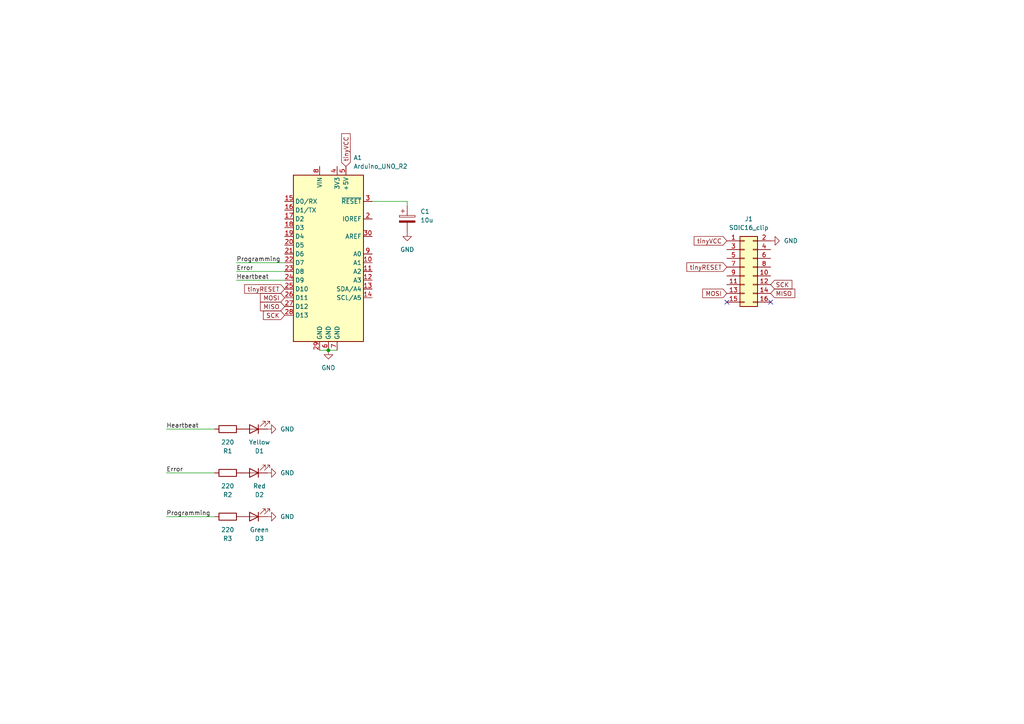
<source format=kicad_sch>
(kicad_sch (version 20231120) (generator "eeschema") (generator_version "8.0")
  (paper "A4")
  (title_block (title "ATTiny84A Programmer for Uno") (date "2024-12-11") (rev "rev2") (company "SEM") (comment 1 "ArduinoISP hat for Tiny84A & SOIC16 clip"))
  (lib_symbols
    (symbol "Connector_Generic:Conn_02x08_Odd_Even" (pin_names (offset 1.016) hide)
      (property "Reference" "J" (at 1.27 10.16 0))
      (property "Value" "Conn_02x08_Odd_Even" (at 1.27 -12.7 0))
      (symbol "Conn_02x08_Odd_Even_1_1"
        (rectangle (start -1.27 -10.033) (end 0 -10.287) (stroke (width 0.1524)))
        (rectangle (start -1.27 -7.493) (end 0 -7.747) (stroke (width 0.1524)))
        (rectangle (start -1.27 -4.953) (end 0 -5.207) (stroke (width 0.1524)))
        (rectangle (start -1.27 -2.413) (end 0 -2.667) (stroke (width 0.1524)))
        (rectangle (start -1.27 0.127) (end 0 -0.127) (stroke (width 0.1524)))
        (rectangle (start -1.27 2.667) (end 0 2.413) (stroke (width 0.1524)))
        (rectangle (start -1.27 5.207) (end 0 4.953) (stroke (width 0.1524)))
        (rectangle (start -1.27 7.747) (end 0 7.493) (stroke (width 0.1524)))
        (rectangle (start -1.27 8.89) (end 3.81 -11.43) (stroke (width 0.254)) (fill (type background)))
        (rectangle (start 3.81 -10.033) (end 2.54 -10.287) (stroke (width 0.1524)))
        (rectangle (start 3.81 -7.493) (end 2.54 -7.747) (stroke (width 0.1524)))
        (rectangle (start 3.81 -4.953) (end 2.54 -5.207) (stroke (width 0.1524)))
        (rectangle (start 3.81 -2.413) (end 2.54 -2.667) (stroke (width 0.1524)))
        (rectangle (start 3.81 0.127) (end 2.54 -0.127) (stroke (width 0.1524)))
        (rectangle (start 3.81 2.667) (end 2.54 2.413) (stroke (width 0.1524)))
        (rectangle (start 3.81 5.207) (end 2.54 4.953) (stroke (width 0.1524)))
        (rectangle (start 3.81 7.747) (end 2.54 7.493) (stroke (width 0.1524)))
        (pin passive line (at -5.08 7.62 0) (length 3.81) (name "Pin_1") (number "1"))
        (pin passive line (at 7.62 -2.54 180) (length 3.81) (name "Pin_10") (number "10"))
        (pin passive line (at -5.08 -5.08 0) (length 3.81) (name "Pin_11") (number "11"))
        (pin passive line (at 7.62 -5.08 180) (length 3.81) (name "Pin_12") (number "12"))
        (pin passive line (at -5.08 -7.62 0) (length 3.81) (name "Pin_13") (number "13"))
        (pin passive line (at 7.62 -7.62 180) (length 3.81) (name "Pin_14") (number "14"))
        (pin passive line (at -5.08 -10.16 0) (length 3.81) (name "Pin_15") (number "15"))
        (pin passive line (at 7.62 -10.16 180) (length 3.81) (name "Pin_16") (number "16"))
        (pin passive line (at 7.62 7.62 180) (length 3.81) (name "Pin_2") (number "2"))
        (pin passive line (at -5.08 5.08 0) (length 3.81) (name "Pin_3") (number "3"))
        (pin passive line (at 7.62 5.08 180) (length 3.81) (name "Pin_4") (number "4"))
        (pin passive line (at -5.08 2.54 0) (length 3.81) (name "Pin_5") (number "5"))
        (pin passive line (at 7.62 2.54 180) (length 3.81) (name "Pin_6") (number "6"))
        (pin passive line (at -5.08 0 0) (length 3.81) (name "Pin_7") (number "7"))
        (pin passive line (at 7.62 0 180) (length 3.81) (name "Pin_8") (number "8"))
        (pin passive line (at -5.08 -2.54 0) (length 3.81) (name "Pin_9") (number "9"))
      )
    )
    (symbol "Device:C_Polarized" (pin_numbers hide) (pin_names (offset 0.254))
      (property "Reference" "C" (at 0.635 2.54 0))
      (property "Value" "C_Polarized" (at 0.635 -2.54 0))
      (symbol "C_Polarized_0_1"
        (rectangle (start -2.286 0.508) (end 2.286 1.016))
        (polyline (pts (xy -1.778 2.286) (xy -0.762 2.286)))
        (polyline (pts (xy -1.27 2.794) (xy -1.27 1.778)))
        (rectangle (start 2.286 -0.508) (end -2.286 -1.016) (fill (type outline)))
      )
      (symbol "C_Polarized_1_1"
        (pin passive line (at 0 3.81 270) (length 2.794) (name "~") (number "1"))
        (pin passive line (at 0 -3.81 90) (length 2.794) (name "~") (number "2"))
      )
    )
    (symbol "Device:LED" (pin_numbers hide) (pin_names (offset 1.016) hide)
      (property "Reference" "D" (at 0 2.54 0))
      (property "Value" "LED" (at 0 -2.54 0))
      (symbol "LED_0_1"
        (polyline (pts (xy -1.27 -1.27) (xy -1.27 1.27)) (stroke (width 0.254)))
        (polyline (pts (xy -1.27 0) (xy 1.27 0)))
        (polyline (pts (xy 1.27 -1.27) (xy 1.27 1.27) (xy -1.27 0) (xy 1.27 -1.27)) (stroke (width 0.254)))
        (polyline (pts (xy -3.048 -0.762) (xy -4.572 -2.286) (xy -3.81 -2.286) (xy -4.572 -2.286) (xy -4.572 -1.524)))
        (polyline (pts (xy -1.778 -0.762) (xy -3.302 -2.286) (xy -2.54 -2.286) (xy -3.302 -2.286) (xy -3.302 -1.524)))
      )
      (symbol "LED_1_1"
        (pin passive line (at -3.81 0 0) (length 2.54) (name "K") (number "1"))
        (pin passive line (at 3.81 0 180) (length 2.54) (name "A") (number "2"))
      )
    )
    (symbol "Device:R" (pin_numbers hide) (pin_names (offset 0))
      (property "Reference" "R" (at 2.032 0 90))
      (property "Value" "R" (at 0 0 90))
      (symbol "R_0_1"
        (rectangle (start -1.016 -2.54) (end 1.016 2.54) (stroke (width 0.254)))
      )
      (symbol "R_1_1"
        (pin passive line (at 0 3.81 270) (length 1.27) (name "~") (number "1"))
        (pin passive line (at 0 -3.81 90) (length 1.27) (name "~") (number "2"))
      )
    )
    (symbol "MCU_Module:Arduino_UNO_R2"
      (property "Reference" "A" (at -10.16 23.495 0))
      (property "Value" "Arduino_UNO_R2" (at 5.08 -26.67 0))
      (symbol "Arduino_UNO_R2_0_1"
        (rectangle (start -10.16 22.86) (end 10.16 -25.4) (stroke (width 0.254)) (fill (type background)))
      )
      (symbol "Arduino_UNO_R2_1_1"
        (pin no_connect line (at -10.16 -20.32 0) (length 2.54) hide (name "NC") (number "1"))
        (pin bidirectional line (at 12.7 -2.54 180) (length 2.54) (name "A1") (number "10"))
        (pin bidirectional line (at 12.7 -5.08 180) (length 2.54) (name "A2") (number "11"))
        (pin bidirectional line (at 12.7 -7.62 180) (length 2.54) (name "A3") (number "12"))
        (pin bidirectional line (at 12.7 -10.16 180) (length 2.54) (name "SDA/A4") (number "13"))
        (pin bidirectional line (at 12.7 -12.7 180) (length 2.54) (name "SCL/A5") (number "14"))
        (pin bidirectional line (at -12.7 15.24 0) (length 2.54) (name "D0/RX") (number "15"))
        (pin bidirectional line (at -12.7 12.7 0) (length 2.54) (name "D1/TX") (number "16"))
        (pin bidirectional line (at -12.7 10.16 0) (length 2.54) (name "D2") (number "17"))
        (pin bidirectional line (at -12.7 7.62 0) (length 2.54) (name "D3") (number "18"))
        (pin bidirectional line (at -12.7 5.08 0) (length 2.54) (name "D4") (number "19"))
        (pin output line (at 12.7 10.16 180) (length 2.54) (name "IOREF") (number "2"))
        (pin bidirectional line (at -12.7 2.54 0) (length 2.54) (name "D5") (number "20"))
        (pin bidirectional line (at -12.7 0 0) (length 2.54) (name "D6") (number "21"))
        (pin bidirectional line (at -12.7 -2.54 0) (length 2.54) (name "D7") (number "22"))
        (pin bidirectional line (at -12.7 -5.08 0) (length 2.54) (name "D8") (number "23"))
        (pin bidirectional line (at -12.7 -7.62 0) (length 2.54) (name "D9") (number "24"))
        (pin bidirectional line (at -12.7 -10.16 0) (length 2.54) (name "D10") (number "25"))
        (pin bidirectional line (at -12.7 -12.7 0) (length 2.54) (name "D11") (number "26"))
        (pin bidirectional line (at -12.7 -15.24 0) (length 2.54) (name "D12") (number "27"))
        (pin bidirectional line (at -12.7 -17.78 0) (length 2.54) (name "D13") (number "28"))
        (pin power_in line (at -2.54 -27.94 90) (length 2.54) (name "GND") (number "29"))
        (pin input line (at 12.7 15.24 180) (length 2.54) (name "~{RESET}") (number "3"))
        (pin input line (at 12.7 5.08 180) (length 2.54) (name "AREF") (number "30"))
        (pin power_out line (at 2.54 25.4 270) (length 2.54) (name "3V3") (number "4"))
        (pin power_out line (at 5.08 25.4 270) (length 2.54) (name "+5V") (number "5"))
        (pin power_in line (at 0 -27.94 90) (length 2.54) (name "GND") (number "6"))
        (pin power_in line (at 2.54 -27.94 90) (length 2.54) (name "GND") (number "7"))
        (pin power_in line (at -2.54 25.4 270) (length 2.54) (name "VIN") (number "8"))
        (pin bidirectional line (at 12.7 0 180) (length 2.54) (name "A0") (number "9"))
      )
    )
    (symbol "power:GND" (power) (pin_numbers hide) (pin_names (offset 0) hide)
      (property "Value" "GND" (at 0 -3.81 0))
      (symbol "GND_0_1"
        (polyline (pts (xy 0 0) (xy 0 -1.27) (xy 1.27 -1.27) (xy 0 -2.54) (xy -1.27 -1.27) (xy 0 -1.27)))
      )
      (symbol "GND_1_1"
        (pin power_in line (at 0 0 270) (length 0) (name "~") (number "1"))
      )
    )
  )
  (junction (at 95.25 101.6))
  (no_connect (at 223.52 87.63))
  (no_connect (at 210.82 87.63))
  (wire (pts (xy 48.26 149.86) (xy 62.23 149.86)))
  (wire (pts (xy 118.11 58.42) (xy 107.95 58.42)))
  (wire (pts (xy 48.26 124.46) (xy 62.23 124.46)))
  (wire (pts (xy 95.25 101.6) (xy 97.79 101.6)))
  (wire (pts (xy 68.58 81.28) (xy 82.55 81.28)))
  (wire (pts (xy 118.11 59.69) (xy 118.11 58.42)))
  (wire (pts (xy 48.26 137.16) (xy 62.23 137.16)))
  (wire (pts (xy 68.58 78.74) (xy 82.55 78.74)))
  (wire (pts (xy 92.71 101.6) (xy 95.25 101.6)))
  (wire (pts (xy 68.58 76.2) (xy 82.55 76.2)))
  (label "Error" (at 48.26 137.16 0))
  (label "Heartbeat" (at 68.58 81.28 0))
  (label "Programming" (at 68.58 76.2 0))
  (label "Error" (at 68.58 78.74 0))
  (label "Programming" (at 48.26 149.86 0))
  (label "Heartbeat" (at 48.26 124.46 0))
  (global_label "tinyRESET" (shape input) (at 82.55 83.82 180) (property "Intersheetrefs" "${INTERSHEET_REFS}" (effects (hide yes))))
  (global_label "SCK" (shape input) (at 223.52 82.55 0) (property "Intersheetrefs" "${INTERSHEET_REFS}" (effects (hide yes))))
  (global_label "SCK" (shape input) (at 82.55 91.44 180) (property "Intersheetrefs" "${INTERSHEET_REFS}" (effects (hide yes))))
  (global_label "MISO" (shape input) (at 82.55 88.9 180) (property "Intersheetrefs" "${INTERSHEET_REFS}" (effects (hide yes))))
  (global_label "tinyVCC" (shape input) (at 210.82 69.85 180) (property "Intersheetrefs" "${INTERSHEET_REFS}" (effects (hide yes))))
  (global_label "tinyVCC" (shape input) (at 100.33 48.26 90) (property "Intersheetrefs" "${INTERSHEET_REFS}" (effects (hide yes))))
  (global_label "MISO" (shape input) (at 223.52 85.09 0) (property "Intersheetrefs" "${INTERSHEET_REFS}" (effects (hide yes))))
  (global_label "MOSI" (shape input) (at 82.55 86.36 180) (property "Intersheetrefs" "${INTERSHEET_REFS}" (effects (hide yes))))
  (global_label "MOSI" (shape input) (at 210.82 85.09 180) (property "Intersheetrefs" "${INTERSHEET_REFS}" (effects (hide yes))))
  (global_label "tinyRESET" (shape input) (at 210.82 77.47 180) (property "Intersheetrefs" "${INTERSHEET_REFS}" (effects (hide yes))))
  (symbol (lib_id "power:GND") (at 118.11 67.31 0) (unit 1)
    (property "Reference" "#PWR02" (effects (hide yes)))
    (property "Value" "GND" (at 118.11 72.39 0))
    (property "Description" "Power symbol creates a global label with name \"GND\" , ground" (effects (hide yes)))
  )
  (symbol (lib_id "power:GND") (at 223.52 69.85 90) (unit 1)
    (property "Reference" "#PWR01" (effects (hide yes)))
    (property "Value" "GND" (at 227.33 69.8499 90) (effects (justify right)))
    (property "Description" "Power symbol creates a global label with name \"GND\" , ground" (effects (hide yes)))
  )
  (symbol (lib_id "Connector_Generic:Conn_02x08_Odd_Even") (at 215.9 77.47 0) (unit 1)
    (property "Reference" "J1" (at 217.17 63.5 0))
    (property "Value" "SOIC16_clip" (at 217.17 66.04 0))
    (property "Footprint" "Connector_PinHeader_2.54mm:PinHeader_2x08_P2.54mm_Vertical_SMD" (effects (hide yes)))
    (property "Description" "Generic connector, double row, 02x08, odd/even pin numbering scheme (row 1 odd numbers, row 2 even numbers), script generated (kicad-library-utils/schlib/autogen/connector/)" (effects (hide yes)))
  )
  (symbol (lib_id "power:GND") (at 77.47 124.46 90) (unit 1)
    (property "Reference" "#PWR05" (effects (hide yes)))
    (property "Value" "GND" (at 81.28 124.4601 90) (effects (justify right)))
    (property "Description" "Power symbol creates a global label with name \"GND\" , ground" (effects (hide yes)))
  )
  (symbol (lib_id "Device:R") (at 66.04 124.46 270) (unit 1)
    (property "Reference" "R1" (at 66.04 130.81 90))
    (property "Value" "220" (at 66.04 128.27 90))
    (property "Footprint" "Resistor_SMD:R_0805_2012Metric" (effects (hide yes)))
    (property "Description" "Resistor" (effects (hide yes)))
  )
  (symbol (lib_id "Device:LED") (at 73.66 149.86 180) (unit 1)
    (property "Reference" "D3" (at 75.2475 156.21 0))
    (property "Value" "Green" (at 75.2475 153.67 0))
    (property "Footprint" "LED_SMD:LED_0805_2012Metric" (effects (hide yes)))
    (property "Description" "Light emitting diode" (effects (hide yes)))
  )
  (symbol (lib_id "Device:C_Polarized") (at 118.11 63.5 0) (unit 1)
    (property "Reference" "C1" (at 121.92 61.3409 0) (effects (justify left)))
    (property "Value" "10u" (at 121.92 63.8809 0) (effects (justify left)))
    (property "Footprint" "Capacitor_SMD:CP_Elec_5x5.8" (effects (hide yes)))
    (property "Description" "Polarized capacitor" (effects (hide yes)))
  )
  (symbol (lib_id "MCU_Module:Arduino_UNO_R2") (at 95.25 73.66 0) (unit 1)
    (property "Reference" "A1" (at 102.5241 45.72 0) (effects (justify left)))
    (property "Value" "Arduino_UNO_R2" (at 102.5241 48.26 0) (effects (justify left)))
    (property "Footprint" "Module:Arduino_UNO_R2" (effects (hide yes)))
    (property "Datasheet" "https://www.arduino.cc/en/Main/arduinoBoardUno" (effects (hide yes)))
    (property "Description" "Arduino UNO Microcontroller Module, release 2" (effects (hide yes)))
  )
  (symbol (lib_id "Device:LED") (at 73.66 124.46 180) (unit 1)
    (property "Reference" "D1" (at 75.2475 130.81 0))
    (property "Value" "Yellow" (at 75.2475 128.27 0))
    (property "Footprint" "LED_SMD:LED_0805_2012Metric" (effects (hide yes)))
    (property "Description" "Light emitting diode" (effects (hide yes)))
  )
  (symbol (lib_id "power:GND") (at 95.25 101.6 0) (unit 1)
    (property "Reference" "#PWR06" (effects (hide yes)))
    (property "Value" "GND" (at 95.25 106.68 0))
    (property "Description" "Power symbol creates a global label with name \"GND\" , ground" (effects (hide yes)))
  )
  (symbol (lib_id "Device:LED") (at 73.66 137.16 180) (unit 1)
    (property "Reference" "D2" (at 75.2475 143.51 0))
    (property "Value" "Red" (at 75.2475 140.97 0))
    (property "Footprint" "LED_SMD:LED_0805_2012Metric" (effects (hide yes)))
    (property "Description" "Light emitting diode" (effects (hide yes)))
  )
  (symbol (lib_id "power:GND") (at 77.47 137.16 90) (unit 1)
    (property "Reference" "#PWR04" (effects (hide yes)))
    (property "Value" "GND" (at 81.28 137.1601 90) (effects (justify right)))
    (property "Description" "Power symbol creates a global label with name \"GND\" , ground" (effects (hide yes)))
  )
  (symbol (lib_id "Device:R") (at 66.04 137.16 270) (unit 1)
    (property "Reference" "R2" (at 66.04 143.51 90))
    (property "Value" "220" (at 66.04 140.97 90))
    (property "Footprint" "Resistor_SMD:R_0805_2012Metric" (effects (hide yes)))
    (property "Description" "Resistor" (effects (hide yes)))
  )
  (symbol (lib_id "Device:R") (at 66.04 149.86 270) (unit 1)
    (property "Reference" "R3" (at 66.04 156.21 90))
    (property "Value" "220" (at 66.04 153.67 90))
    (property "Footprint" "Resistor_SMD:R_0805_2012Metric" (effects (hide yes)))
    (property "Description" "Resistor" (effects (hide yes)))
  )
  (symbol (lib_id "power:GND") (at 77.47 149.86 90) (unit 1)
    (property "Reference" "#PWR03" (effects (hide yes)))
    (property "Value" "GND" (at 81.28 149.8601 90) (effects (justify right)))
    (property "Description" "Power symbol creates a global label with name \"GND\" , ground" (effects (hide yes)))
  )
)
</source>
